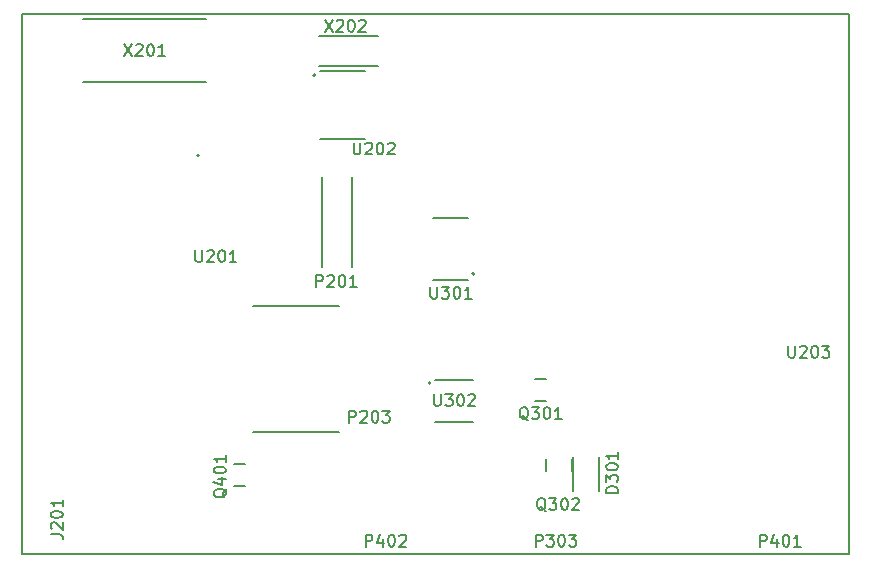
<source format=gbr>
G04 #@! TF.GenerationSoftware,KiCad,Pcbnew,(5.1.5-0-10_14)*
G04 #@! TF.CreationDate,2020-05-22T17:31:33+12:00*
G04 #@! TF.ProjectId,main-board,6d61696e-2d62-46f6-9172-642e6b696361,C*
G04 #@! TF.SameCoordinates,Original*
G04 #@! TF.FileFunction,Legend,Top*
G04 #@! TF.FilePolarity,Positive*
%FSLAX46Y46*%
G04 Gerber Fmt 4.6, Leading zero omitted, Abs format (unit mm)*
G04 Created by KiCad (PCBNEW (5.1.5-0-10_14)) date 2020-05-22 17:31:33*
%MOMM*%
%LPD*%
G04 APERTURE LIST*
%ADD10C,0.200000*%
G04 APERTURE END LIST*
D10*
X44000000Y-97300000D02*
X44000000Y-51600000D01*
X114000000Y-97300000D02*
X44000000Y-97300000D01*
X114000000Y-51600000D02*
X114000000Y-97300000D01*
X44000000Y-51600000D02*
X114000000Y-51600000D01*
X59004000Y-63542000D02*
G75*
G03X59004000Y-63542000I-100000J0D01*
G01*
X62880000Y-89700000D02*
X61920000Y-89700000D01*
X62880000Y-91500000D02*
X61920000Y-91500000D01*
X88404000Y-82490000D02*
X87444000Y-82490000D01*
X88404000Y-84290000D02*
X87444000Y-84290000D01*
X88359000Y-90248000D02*
X88359000Y-89232000D01*
X90537000Y-90248000D02*
X90537000Y-89232000D01*
X68860000Y-56760000D02*
G75*
G03X68860000Y-56760000I-100000J0D01*
G01*
X73065000Y-62127000D02*
X69255000Y-62127000D01*
X73065000Y-56393000D02*
X69255000Y-56393000D01*
X59614000Y-51948000D02*
X49214000Y-51948000D01*
X59614000Y-57348000D02*
X49214000Y-57348000D01*
X69168000Y-55988000D02*
X74168000Y-55988000D01*
X69168000Y-53388000D02*
X74168000Y-53388000D01*
X69382000Y-72976000D02*
X69382000Y-65356000D01*
X71922000Y-65356000D02*
X71922000Y-72976000D01*
X82304000Y-73552000D02*
G75*
G03X82304000Y-73552000I-100000J0D01*
G01*
X81804000Y-68852000D02*
X78804000Y-68852000D01*
X81804000Y-74052000D02*
X78804000Y-74052000D01*
X92834000Y-91922000D02*
X92834000Y-89082000D01*
X90634000Y-91922000D02*
X90634000Y-89082000D01*
X63541000Y-76302000D02*
X70811000Y-76302000D01*
X63541000Y-86922000D02*
X70811000Y-86922000D01*
X82187500Y-86087500D02*
X79012500Y-86087500D01*
X82187500Y-82512500D02*
X79012500Y-82512500D01*
X78600000Y-82800000D02*
G75*
G03X78600000Y-82800000I-100000J0D01*
G01*
X108885714Y-79652380D02*
X108885714Y-80461904D01*
X108933333Y-80557142D01*
X108980952Y-80604761D01*
X109076190Y-80652380D01*
X109266666Y-80652380D01*
X109361904Y-80604761D01*
X109409523Y-80557142D01*
X109457142Y-80461904D01*
X109457142Y-79652380D01*
X109885714Y-79747619D02*
X109933333Y-79700000D01*
X110028571Y-79652380D01*
X110266666Y-79652380D01*
X110361904Y-79700000D01*
X110409523Y-79747619D01*
X110457142Y-79842857D01*
X110457142Y-79938095D01*
X110409523Y-80080952D01*
X109838095Y-80652380D01*
X110457142Y-80652380D01*
X111076190Y-79652380D02*
X111171428Y-79652380D01*
X111266666Y-79700000D01*
X111314285Y-79747619D01*
X111361904Y-79842857D01*
X111409523Y-80033333D01*
X111409523Y-80271428D01*
X111361904Y-80461904D01*
X111314285Y-80557142D01*
X111266666Y-80604761D01*
X111171428Y-80652380D01*
X111076190Y-80652380D01*
X110980952Y-80604761D01*
X110933333Y-80557142D01*
X110885714Y-80461904D01*
X110838095Y-80271428D01*
X110838095Y-80033333D01*
X110885714Y-79842857D01*
X110933333Y-79747619D01*
X110980952Y-79700000D01*
X111076190Y-79652380D01*
X111742857Y-79652380D02*
X112361904Y-79652380D01*
X112028571Y-80033333D01*
X112171428Y-80033333D01*
X112266666Y-80080952D01*
X112314285Y-80128571D01*
X112361904Y-80223809D01*
X112361904Y-80461904D01*
X112314285Y-80557142D01*
X112266666Y-80604761D01*
X112171428Y-80652380D01*
X111885714Y-80652380D01*
X111790476Y-80604761D01*
X111742857Y-80557142D01*
X58685714Y-71552380D02*
X58685714Y-72361904D01*
X58733333Y-72457142D01*
X58780952Y-72504761D01*
X58876190Y-72552380D01*
X59066666Y-72552380D01*
X59161904Y-72504761D01*
X59209523Y-72457142D01*
X59257142Y-72361904D01*
X59257142Y-71552380D01*
X59685714Y-71647619D02*
X59733333Y-71600000D01*
X59828571Y-71552380D01*
X60066666Y-71552380D01*
X60161904Y-71600000D01*
X60209523Y-71647619D01*
X60257142Y-71742857D01*
X60257142Y-71838095D01*
X60209523Y-71980952D01*
X59638095Y-72552380D01*
X60257142Y-72552380D01*
X60876190Y-71552380D02*
X60971428Y-71552380D01*
X61066666Y-71600000D01*
X61114285Y-71647619D01*
X61161904Y-71742857D01*
X61209523Y-71933333D01*
X61209523Y-72171428D01*
X61161904Y-72361904D01*
X61114285Y-72457142D01*
X61066666Y-72504761D01*
X60971428Y-72552380D01*
X60876190Y-72552380D01*
X60780952Y-72504761D01*
X60733333Y-72457142D01*
X60685714Y-72361904D01*
X60638095Y-72171428D01*
X60638095Y-71933333D01*
X60685714Y-71742857D01*
X60733333Y-71647619D01*
X60780952Y-71600000D01*
X60876190Y-71552380D01*
X62161904Y-72552380D02*
X61590476Y-72552380D01*
X61876190Y-72552380D02*
X61876190Y-71552380D01*
X61780952Y-71695238D01*
X61685714Y-71790476D01*
X61590476Y-71838095D01*
X61347619Y-91747619D02*
X61300000Y-91842857D01*
X61204761Y-91938095D01*
X61061904Y-92080952D01*
X61014285Y-92176190D01*
X61014285Y-92271428D01*
X61252380Y-92223809D02*
X61204761Y-92319047D01*
X61109523Y-92414285D01*
X60919047Y-92461904D01*
X60585714Y-92461904D01*
X60395238Y-92414285D01*
X60300000Y-92319047D01*
X60252380Y-92223809D01*
X60252380Y-92033333D01*
X60300000Y-91938095D01*
X60395238Y-91842857D01*
X60585714Y-91795238D01*
X60919047Y-91795238D01*
X61109523Y-91842857D01*
X61204761Y-91938095D01*
X61252380Y-92033333D01*
X61252380Y-92223809D01*
X60585714Y-90938095D02*
X61252380Y-90938095D01*
X60204761Y-91176190D02*
X60919047Y-91414285D01*
X60919047Y-90795238D01*
X60252380Y-90223809D02*
X60252380Y-90128571D01*
X60300000Y-90033333D01*
X60347619Y-89985714D01*
X60442857Y-89938095D01*
X60633333Y-89890476D01*
X60871428Y-89890476D01*
X61061904Y-89938095D01*
X61157142Y-89985714D01*
X61204761Y-90033333D01*
X61252380Y-90128571D01*
X61252380Y-90223809D01*
X61204761Y-90319047D01*
X61157142Y-90366666D01*
X61061904Y-90414285D01*
X60871428Y-90461904D01*
X60633333Y-90461904D01*
X60442857Y-90414285D01*
X60347619Y-90366666D01*
X60300000Y-90319047D01*
X60252380Y-90223809D01*
X61252380Y-88938095D02*
X61252380Y-89509523D01*
X61252380Y-89223809D02*
X60252380Y-89223809D01*
X60395238Y-89319047D01*
X60490476Y-89414285D01*
X60538095Y-89509523D01*
X86876380Y-85947619D02*
X86781142Y-85900000D01*
X86685904Y-85804761D01*
X86543047Y-85661904D01*
X86447809Y-85614285D01*
X86352571Y-85614285D01*
X86400190Y-85852380D02*
X86304952Y-85804761D01*
X86209714Y-85709523D01*
X86162095Y-85519047D01*
X86162095Y-85185714D01*
X86209714Y-84995238D01*
X86304952Y-84900000D01*
X86400190Y-84852380D01*
X86590666Y-84852380D01*
X86685904Y-84900000D01*
X86781142Y-84995238D01*
X86828761Y-85185714D01*
X86828761Y-85519047D01*
X86781142Y-85709523D01*
X86685904Y-85804761D01*
X86590666Y-85852380D01*
X86400190Y-85852380D01*
X87162095Y-84852380D02*
X87781142Y-84852380D01*
X87447809Y-85233333D01*
X87590666Y-85233333D01*
X87685904Y-85280952D01*
X87733523Y-85328571D01*
X87781142Y-85423809D01*
X87781142Y-85661904D01*
X87733523Y-85757142D01*
X87685904Y-85804761D01*
X87590666Y-85852380D01*
X87304952Y-85852380D01*
X87209714Y-85804761D01*
X87162095Y-85757142D01*
X88400190Y-84852380D02*
X88495428Y-84852380D01*
X88590666Y-84900000D01*
X88638285Y-84947619D01*
X88685904Y-85042857D01*
X88733523Y-85233333D01*
X88733523Y-85471428D01*
X88685904Y-85661904D01*
X88638285Y-85757142D01*
X88590666Y-85804761D01*
X88495428Y-85852380D01*
X88400190Y-85852380D01*
X88304952Y-85804761D01*
X88257333Y-85757142D01*
X88209714Y-85661904D01*
X88162095Y-85471428D01*
X88162095Y-85233333D01*
X88209714Y-85042857D01*
X88257333Y-84947619D01*
X88304952Y-84900000D01*
X88400190Y-84852380D01*
X89685904Y-85852380D02*
X89114476Y-85852380D01*
X89400190Y-85852380D02*
X89400190Y-84852380D01*
X89304952Y-84995238D01*
X89209714Y-85090476D01*
X89114476Y-85138095D01*
X88352380Y-93647619D02*
X88257142Y-93600000D01*
X88161904Y-93504761D01*
X88019047Y-93361904D01*
X87923809Y-93314285D01*
X87828571Y-93314285D01*
X87876190Y-93552380D02*
X87780952Y-93504761D01*
X87685714Y-93409523D01*
X87638095Y-93219047D01*
X87638095Y-92885714D01*
X87685714Y-92695238D01*
X87780952Y-92600000D01*
X87876190Y-92552380D01*
X88066666Y-92552380D01*
X88161904Y-92600000D01*
X88257142Y-92695238D01*
X88304761Y-92885714D01*
X88304761Y-93219047D01*
X88257142Y-93409523D01*
X88161904Y-93504761D01*
X88066666Y-93552380D01*
X87876190Y-93552380D01*
X88638095Y-92552380D02*
X89257142Y-92552380D01*
X88923809Y-92933333D01*
X89066666Y-92933333D01*
X89161904Y-92980952D01*
X89209523Y-93028571D01*
X89257142Y-93123809D01*
X89257142Y-93361904D01*
X89209523Y-93457142D01*
X89161904Y-93504761D01*
X89066666Y-93552380D01*
X88780952Y-93552380D01*
X88685714Y-93504761D01*
X88638095Y-93457142D01*
X89876190Y-92552380D02*
X89971428Y-92552380D01*
X90066666Y-92600000D01*
X90114285Y-92647619D01*
X90161904Y-92742857D01*
X90209523Y-92933333D01*
X90209523Y-93171428D01*
X90161904Y-93361904D01*
X90114285Y-93457142D01*
X90066666Y-93504761D01*
X89971428Y-93552380D01*
X89876190Y-93552380D01*
X89780952Y-93504761D01*
X89733333Y-93457142D01*
X89685714Y-93361904D01*
X89638095Y-93171428D01*
X89638095Y-92933333D01*
X89685714Y-92742857D01*
X89733333Y-92647619D01*
X89780952Y-92600000D01*
X89876190Y-92552380D01*
X90590476Y-92647619D02*
X90638095Y-92600000D01*
X90733333Y-92552380D01*
X90971428Y-92552380D01*
X91066666Y-92600000D01*
X91114285Y-92647619D01*
X91161904Y-92742857D01*
X91161904Y-92838095D01*
X91114285Y-92980952D01*
X90542857Y-93552380D01*
X91161904Y-93552380D01*
X72085714Y-62452380D02*
X72085714Y-63261904D01*
X72133333Y-63357142D01*
X72180952Y-63404761D01*
X72276190Y-63452380D01*
X72466666Y-63452380D01*
X72561904Y-63404761D01*
X72609523Y-63357142D01*
X72657142Y-63261904D01*
X72657142Y-62452380D01*
X73085714Y-62547619D02*
X73133333Y-62500000D01*
X73228571Y-62452380D01*
X73466666Y-62452380D01*
X73561904Y-62500000D01*
X73609523Y-62547619D01*
X73657142Y-62642857D01*
X73657142Y-62738095D01*
X73609523Y-62880952D01*
X73038095Y-63452380D01*
X73657142Y-63452380D01*
X74276190Y-62452380D02*
X74371428Y-62452380D01*
X74466666Y-62500000D01*
X74514285Y-62547619D01*
X74561904Y-62642857D01*
X74609523Y-62833333D01*
X74609523Y-63071428D01*
X74561904Y-63261904D01*
X74514285Y-63357142D01*
X74466666Y-63404761D01*
X74371428Y-63452380D01*
X74276190Y-63452380D01*
X74180952Y-63404761D01*
X74133333Y-63357142D01*
X74085714Y-63261904D01*
X74038095Y-63071428D01*
X74038095Y-62833333D01*
X74085714Y-62642857D01*
X74133333Y-62547619D01*
X74180952Y-62500000D01*
X74276190Y-62452380D01*
X74990476Y-62547619D02*
X75038095Y-62500000D01*
X75133333Y-62452380D01*
X75371428Y-62452380D01*
X75466666Y-62500000D01*
X75514285Y-62547619D01*
X75561904Y-62642857D01*
X75561904Y-62738095D01*
X75514285Y-62880952D01*
X74942857Y-63452380D01*
X75561904Y-63452380D01*
X73109523Y-96652380D02*
X73109523Y-95652380D01*
X73490476Y-95652380D01*
X73585714Y-95700000D01*
X73633333Y-95747619D01*
X73680952Y-95842857D01*
X73680952Y-95985714D01*
X73633333Y-96080952D01*
X73585714Y-96128571D01*
X73490476Y-96176190D01*
X73109523Y-96176190D01*
X74538095Y-95985714D02*
X74538095Y-96652380D01*
X74300000Y-95604761D02*
X74061904Y-96319047D01*
X74680952Y-96319047D01*
X75252380Y-95652380D02*
X75347619Y-95652380D01*
X75442857Y-95700000D01*
X75490476Y-95747619D01*
X75538095Y-95842857D01*
X75585714Y-96033333D01*
X75585714Y-96271428D01*
X75538095Y-96461904D01*
X75490476Y-96557142D01*
X75442857Y-96604761D01*
X75347619Y-96652380D01*
X75252380Y-96652380D01*
X75157142Y-96604761D01*
X75109523Y-96557142D01*
X75061904Y-96461904D01*
X75014285Y-96271428D01*
X75014285Y-96033333D01*
X75061904Y-95842857D01*
X75109523Y-95747619D01*
X75157142Y-95700000D01*
X75252380Y-95652380D01*
X75966666Y-95747619D02*
X76014285Y-95700000D01*
X76109523Y-95652380D01*
X76347619Y-95652380D01*
X76442857Y-95700000D01*
X76490476Y-95747619D01*
X76538095Y-95842857D01*
X76538095Y-95938095D01*
X76490476Y-96080952D01*
X75919047Y-96652380D01*
X76538095Y-96652380D01*
X87509523Y-96652380D02*
X87509523Y-95652380D01*
X87890476Y-95652380D01*
X87985714Y-95700000D01*
X88033333Y-95747619D01*
X88080952Y-95842857D01*
X88080952Y-95985714D01*
X88033333Y-96080952D01*
X87985714Y-96128571D01*
X87890476Y-96176190D01*
X87509523Y-96176190D01*
X88414285Y-95652380D02*
X89033333Y-95652380D01*
X88700000Y-96033333D01*
X88842857Y-96033333D01*
X88938095Y-96080952D01*
X88985714Y-96128571D01*
X89033333Y-96223809D01*
X89033333Y-96461904D01*
X88985714Y-96557142D01*
X88938095Y-96604761D01*
X88842857Y-96652380D01*
X88557142Y-96652380D01*
X88461904Y-96604761D01*
X88414285Y-96557142D01*
X89652380Y-95652380D02*
X89747619Y-95652380D01*
X89842857Y-95700000D01*
X89890476Y-95747619D01*
X89938095Y-95842857D01*
X89985714Y-96033333D01*
X89985714Y-96271428D01*
X89938095Y-96461904D01*
X89890476Y-96557142D01*
X89842857Y-96604761D01*
X89747619Y-96652380D01*
X89652380Y-96652380D01*
X89557142Y-96604761D01*
X89509523Y-96557142D01*
X89461904Y-96461904D01*
X89414285Y-96271428D01*
X89414285Y-96033333D01*
X89461904Y-95842857D01*
X89509523Y-95747619D01*
X89557142Y-95700000D01*
X89652380Y-95652380D01*
X90319047Y-95652380D02*
X90938095Y-95652380D01*
X90604761Y-96033333D01*
X90747619Y-96033333D01*
X90842857Y-96080952D01*
X90890476Y-96128571D01*
X90938095Y-96223809D01*
X90938095Y-96461904D01*
X90890476Y-96557142D01*
X90842857Y-96604761D01*
X90747619Y-96652380D01*
X90461904Y-96652380D01*
X90366666Y-96604761D01*
X90319047Y-96557142D01*
X106509523Y-96652380D02*
X106509523Y-95652380D01*
X106890476Y-95652380D01*
X106985714Y-95700000D01*
X107033333Y-95747619D01*
X107080952Y-95842857D01*
X107080952Y-95985714D01*
X107033333Y-96080952D01*
X106985714Y-96128571D01*
X106890476Y-96176190D01*
X106509523Y-96176190D01*
X107938095Y-95985714D02*
X107938095Y-96652380D01*
X107700000Y-95604761D02*
X107461904Y-96319047D01*
X108080952Y-96319047D01*
X108652380Y-95652380D02*
X108747619Y-95652380D01*
X108842857Y-95700000D01*
X108890476Y-95747619D01*
X108938095Y-95842857D01*
X108985714Y-96033333D01*
X108985714Y-96271428D01*
X108938095Y-96461904D01*
X108890476Y-96557142D01*
X108842857Y-96604761D01*
X108747619Y-96652380D01*
X108652380Y-96652380D01*
X108557142Y-96604761D01*
X108509523Y-96557142D01*
X108461904Y-96461904D01*
X108414285Y-96271428D01*
X108414285Y-96033333D01*
X108461904Y-95842857D01*
X108509523Y-95747619D01*
X108557142Y-95700000D01*
X108652380Y-95652380D01*
X109938095Y-96652380D02*
X109366666Y-96652380D01*
X109652380Y-96652380D02*
X109652380Y-95652380D01*
X109557142Y-95795238D01*
X109461904Y-95890476D01*
X109366666Y-95938095D01*
X52652095Y-54100380D02*
X53318761Y-55100380D01*
X53318761Y-54100380D02*
X52652095Y-55100380D01*
X53652095Y-54195619D02*
X53699714Y-54148000D01*
X53794952Y-54100380D01*
X54033047Y-54100380D01*
X54128285Y-54148000D01*
X54175904Y-54195619D01*
X54223523Y-54290857D01*
X54223523Y-54386095D01*
X54175904Y-54528952D01*
X53604476Y-55100380D01*
X54223523Y-55100380D01*
X54842571Y-54100380D02*
X54937809Y-54100380D01*
X55033047Y-54148000D01*
X55080666Y-54195619D01*
X55128285Y-54290857D01*
X55175904Y-54481333D01*
X55175904Y-54719428D01*
X55128285Y-54909904D01*
X55080666Y-55005142D01*
X55033047Y-55052761D01*
X54937809Y-55100380D01*
X54842571Y-55100380D01*
X54747333Y-55052761D01*
X54699714Y-55005142D01*
X54652095Y-54909904D01*
X54604476Y-54719428D01*
X54604476Y-54481333D01*
X54652095Y-54290857D01*
X54699714Y-54195619D01*
X54747333Y-54148000D01*
X54842571Y-54100380D01*
X56128285Y-55100380D02*
X55556857Y-55100380D01*
X55842571Y-55100380D02*
X55842571Y-54100380D01*
X55747333Y-54243238D01*
X55652095Y-54338476D01*
X55556857Y-54386095D01*
X69638095Y-52052380D02*
X70304761Y-53052380D01*
X70304761Y-52052380D02*
X69638095Y-53052380D01*
X70638095Y-52147619D02*
X70685714Y-52100000D01*
X70780952Y-52052380D01*
X71019047Y-52052380D01*
X71114285Y-52100000D01*
X71161904Y-52147619D01*
X71209523Y-52242857D01*
X71209523Y-52338095D01*
X71161904Y-52480952D01*
X70590476Y-53052380D01*
X71209523Y-53052380D01*
X71828571Y-52052380D02*
X71923809Y-52052380D01*
X72019047Y-52100000D01*
X72066666Y-52147619D01*
X72114285Y-52242857D01*
X72161904Y-52433333D01*
X72161904Y-52671428D01*
X72114285Y-52861904D01*
X72066666Y-52957142D01*
X72019047Y-53004761D01*
X71923809Y-53052380D01*
X71828571Y-53052380D01*
X71733333Y-53004761D01*
X71685714Y-52957142D01*
X71638095Y-52861904D01*
X71590476Y-52671428D01*
X71590476Y-52433333D01*
X71638095Y-52242857D01*
X71685714Y-52147619D01*
X71733333Y-52100000D01*
X71828571Y-52052380D01*
X72542857Y-52147619D02*
X72590476Y-52100000D01*
X72685714Y-52052380D01*
X72923809Y-52052380D01*
X73019047Y-52100000D01*
X73066666Y-52147619D01*
X73114285Y-52242857D01*
X73114285Y-52338095D01*
X73066666Y-52480952D01*
X72495238Y-53052380D01*
X73114285Y-53052380D01*
X46452380Y-95585714D02*
X47166666Y-95585714D01*
X47309523Y-95633333D01*
X47404761Y-95728571D01*
X47452380Y-95871428D01*
X47452380Y-95966666D01*
X46547619Y-95157142D02*
X46500000Y-95109523D01*
X46452380Y-95014285D01*
X46452380Y-94776190D01*
X46500000Y-94680952D01*
X46547619Y-94633333D01*
X46642857Y-94585714D01*
X46738095Y-94585714D01*
X46880952Y-94633333D01*
X47452380Y-95204761D01*
X47452380Y-94585714D01*
X46452380Y-93966666D02*
X46452380Y-93871428D01*
X46500000Y-93776190D01*
X46547619Y-93728571D01*
X46642857Y-93680952D01*
X46833333Y-93633333D01*
X47071428Y-93633333D01*
X47261904Y-93680952D01*
X47357142Y-93728571D01*
X47404761Y-93776190D01*
X47452380Y-93871428D01*
X47452380Y-93966666D01*
X47404761Y-94061904D01*
X47357142Y-94109523D01*
X47261904Y-94157142D01*
X47071428Y-94204761D01*
X46833333Y-94204761D01*
X46642857Y-94157142D01*
X46547619Y-94109523D01*
X46500000Y-94061904D01*
X46452380Y-93966666D01*
X47452380Y-92680952D02*
X47452380Y-93252380D01*
X47452380Y-92966666D02*
X46452380Y-92966666D01*
X46595238Y-93061904D01*
X46690476Y-93157142D01*
X46738095Y-93252380D01*
X68909523Y-74652380D02*
X68909523Y-73652380D01*
X69290476Y-73652380D01*
X69385714Y-73700000D01*
X69433333Y-73747619D01*
X69480952Y-73842857D01*
X69480952Y-73985714D01*
X69433333Y-74080952D01*
X69385714Y-74128571D01*
X69290476Y-74176190D01*
X68909523Y-74176190D01*
X69861904Y-73747619D02*
X69909523Y-73700000D01*
X70004761Y-73652380D01*
X70242857Y-73652380D01*
X70338095Y-73700000D01*
X70385714Y-73747619D01*
X70433333Y-73842857D01*
X70433333Y-73938095D01*
X70385714Y-74080952D01*
X69814285Y-74652380D01*
X70433333Y-74652380D01*
X71052380Y-73652380D02*
X71147619Y-73652380D01*
X71242857Y-73700000D01*
X71290476Y-73747619D01*
X71338095Y-73842857D01*
X71385714Y-74033333D01*
X71385714Y-74271428D01*
X71338095Y-74461904D01*
X71290476Y-74557142D01*
X71242857Y-74604761D01*
X71147619Y-74652380D01*
X71052380Y-74652380D01*
X70957142Y-74604761D01*
X70909523Y-74557142D01*
X70861904Y-74461904D01*
X70814285Y-74271428D01*
X70814285Y-74033333D01*
X70861904Y-73842857D01*
X70909523Y-73747619D01*
X70957142Y-73700000D01*
X71052380Y-73652380D01*
X72338095Y-74652380D02*
X71766666Y-74652380D01*
X72052380Y-74652380D02*
X72052380Y-73652380D01*
X71957142Y-73795238D01*
X71861904Y-73890476D01*
X71766666Y-73938095D01*
X78589714Y-74652380D02*
X78589714Y-75461904D01*
X78637333Y-75557142D01*
X78684952Y-75604761D01*
X78780190Y-75652380D01*
X78970666Y-75652380D01*
X79065904Y-75604761D01*
X79113523Y-75557142D01*
X79161142Y-75461904D01*
X79161142Y-74652380D01*
X79542095Y-74652380D02*
X80161142Y-74652380D01*
X79827809Y-75033333D01*
X79970666Y-75033333D01*
X80065904Y-75080952D01*
X80113523Y-75128571D01*
X80161142Y-75223809D01*
X80161142Y-75461904D01*
X80113523Y-75557142D01*
X80065904Y-75604761D01*
X79970666Y-75652380D01*
X79684952Y-75652380D01*
X79589714Y-75604761D01*
X79542095Y-75557142D01*
X80780190Y-74652380D02*
X80875428Y-74652380D01*
X80970666Y-74700000D01*
X81018285Y-74747619D01*
X81065904Y-74842857D01*
X81113523Y-75033333D01*
X81113523Y-75271428D01*
X81065904Y-75461904D01*
X81018285Y-75557142D01*
X80970666Y-75604761D01*
X80875428Y-75652380D01*
X80780190Y-75652380D01*
X80684952Y-75604761D01*
X80637333Y-75557142D01*
X80589714Y-75461904D01*
X80542095Y-75271428D01*
X80542095Y-75033333D01*
X80589714Y-74842857D01*
X80637333Y-74747619D01*
X80684952Y-74700000D01*
X80780190Y-74652380D01*
X82065904Y-75652380D02*
X81494476Y-75652380D01*
X81780190Y-75652380D02*
X81780190Y-74652380D01*
X81684952Y-74795238D01*
X81589714Y-74890476D01*
X81494476Y-74938095D01*
X94452380Y-92090476D02*
X93452380Y-92090476D01*
X93452380Y-91852380D01*
X93500000Y-91709523D01*
X93595238Y-91614285D01*
X93690476Y-91566666D01*
X93880952Y-91519047D01*
X94023809Y-91519047D01*
X94214285Y-91566666D01*
X94309523Y-91614285D01*
X94404761Y-91709523D01*
X94452380Y-91852380D01*
X94452380Y-92090476D01*
X93452380Y-91185714D02*
X93452380Y-90566666D01*
X93833333Y-90900000D01*
X93833333Y-90757142D01*
X93880952Y-90661904D01*
X93928571Y-90614285D01*
X94023809Y-90566666D01*
X94261904Y-90566666D01*
X94357142Y-90614285D01*
X94404761Y-90661904D01*
X94452380Y-90757142D01*
X94452380Y-91042857D01*
X94404761Y-91138095D01*
X94357142Y-91185714D01*
X93452380Y-89947619D02*
X93452380Y-89852380D01*
X93500000Y-89757142D01*
X93547619Y-89709523D01*
X93642857Y-89661904D01*
X93833333Y-89614285D01*
X94071428Y-89614285D01*
X94261904Y-89661904D01*
X94357142Y-89709523D01*
X94404761Y-89757142D01*
X94452380Y-89852380D01*
X94452380Y-89947619D01*
X94404761Y-90042857D01*
X94357142Y-90090476D01*
X94261904Y-90138095D01*
X94071428Y-90185714D01*
X93833333Y-90185714D01*
X93642857Y-90138095D01*
X93547619Y-90090476D01*
X93500000Y-90042857D01*
X93452380Y-89947619D01*
X94452380Y-88661904D02*
X94452380Y-89233333D01*
X94452380Y-88947619D02*
X93452380Y-88947619D01*
X93595238Y-89042857D01*
X93690476Y-89138095D01*
X93738095Y-89233333D01*
X71709523Y-86152380D02*
X71709523Y-85152380D01*
X72090476Y-85152380D01*
X72185714Y-85200000D01*
X72233333Y-85247619D01*
X72280952Y-85342857D01*
X72280952Y-85485714D01*
X72233333Y-85580952D01*
X72185714Y-85628571D01*
X72090476Y-85676190D01*
X71709523Y-85676190D01*
X72661904Y-85247619D02*
X72709523Y-85200000D01*
X72804761Y-85152380D01*
X73042857Y-85152380D01*
X73138095Y-85200000D01*
X73185714Y-85247619D01*
X73233333Y-85342857D01*
X73233333Y-85438095D01*
X73185714Y-85580952D01*
X72614285Y-86152380D01*
X73233333Y-86152380D01*
X73852380Y-85152380D02*
X73947619Y-85152380D01*
X74042857Y-85200000D01*
X74090476Y-85247619D01*
X74138095Y-85342857D01*
X74185714Y-85533333D01*
X74185714Y-85771428D01*
X74138095Y-85961904D01*
X74090476Y-86057142D01*
X74042857Y-86104761D01*
X73947619Y-86152380D01*
X73852380Y-86152380D01*
X73757142Y-86104761D01*
X73709523Y-86057142D01*
X73661904Y-85961904D01*
X73614285Y-85771428D01*
X73614285Y-85533333D01*
X73661904Y-85342857D01*
X73709523Y-85247619D01*
X73757142Y-85200000D01*
X73852380Y-85152380D01*
X74519047Y-85152380D02*
X75138095Y-85152380D01*
X74804761Y-85533333D01*
X74947619Y-85533333D01*
X75042857Y-85580952D01*
X75090476Y-85628571D01*
X75138095Y-85723809D01*
X75138095Y-85961904D01*
X75090476Y-86057142D01*
X75042857Y-86104761D01*
X74947619Y-86152380D01*
X74661904Y-86152380D01*
X74566666Y-86104761D01*
X74519047Y-86057142D01*
X78885714Y-83752380D02*
X78885714Y-84561904D01*
X78933333Y-84657142D01*
X78980952Y-84704761D01*
X79076190Y-84752380D01*
X79266666Y-84752380D01*
X79361904Y-84704761D01*
X79409523Y-84657142D01*
X79457142Y-84561904D01*
X79457142Y-83752380D01*
X79838095Y-83752380D02*
X80457142Y-83752380D01*
X80123809Y-84133333D01*
X80266666Y-84133333D01*
X80361904Y-84180952D01*
X80409523Y-84228571D01*
X80457142Y-84323809D01*
X80457142Y-84561904D01*
X80409523Y-84657142D01*
X80361904Y-84704761D01*
X80266666Y-84752380D01*
X79980952Y-84752380D01*
X79885714Y-84704761D01*
X79838095Y-84657142D01*
X81076190Y-83752380D02*
X81171428Y-83752380D01*
X81266666Y-83800000D01*
X81314285Y-83847619D01*
X81361904Y-83942857D01*
X81409523Y-84133333D01*
X81409523Y-84371428D01*
X81361904Y-84561904D01*
X81314285Y-84657142D01*
X81266666Y-84704761D01*
X81171428Y-84752380D01*
X81076190Y-84752380D01*
X80980952Y-84704761D01*
X80933333Y-84657142D01*
X80885714Y-84561904D01*
X80838095Y-84371428D01*
X80838095Y-84133333D01*
X80885714Y-83942857D01*
X80933333Y-83847619D01*
X80980952Y-83800000D01*
X81076190Y-83752380D01*
X81790476Y-83847619D02*
X81838095Y-83800000D01*
X81933333Y-83752380D01*
X82171428Y-83752380D01*
X82266666Y-83800000D01*
X82314285Y-83847619D01*
X82361904Y-83942857D01*
X82361904Y-84038095D01*
X82314285Y-84180952D01*
X81742857Y-84752380D01*
X82361904Y-84752380D01*
M02*

</source>
